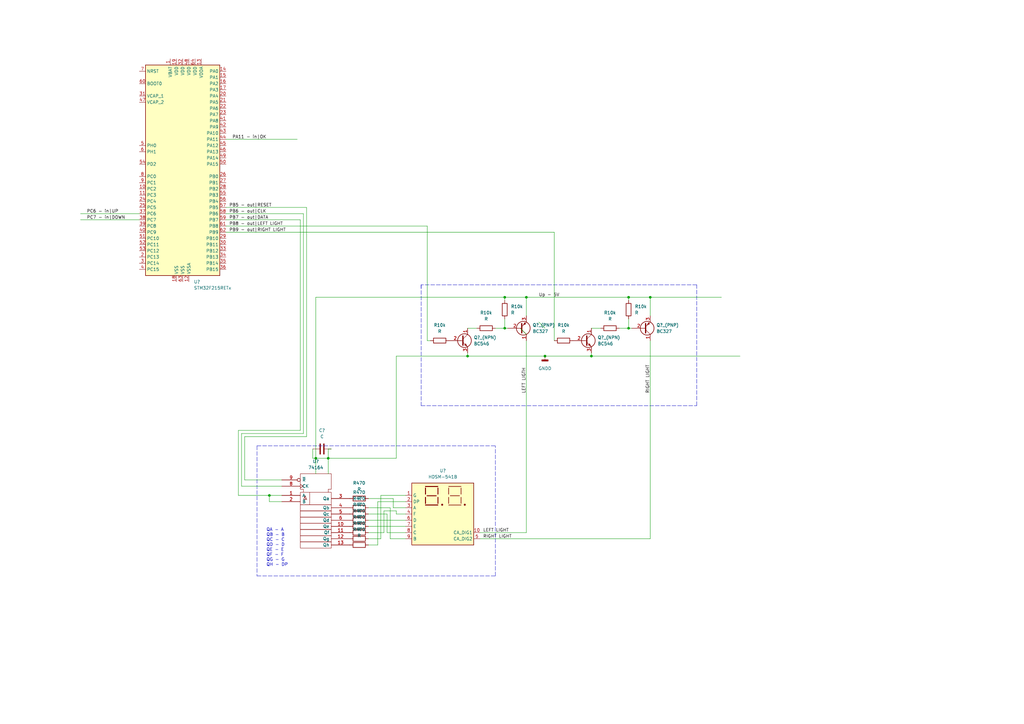
<source format=kicad_sch>
(kicad_sch (version 20211123) (generator eeschema)
  (paper "A3")
  (lib_symbols
    (symbol "74xx_IEEE:74164" (pin_names (offset 0.762))
      (property "Reference" "U" (at 8.89 6.35 0))
      (property "Value" "74164" (at 6.35 -22.86 0))
      (symbol "74164_0_0"
        (text "&" (at -4.318 -1.016 0) (effects (font (size 1.524 1.524))))
      )
      (symbol "74164_0_1"
        (rectangle (start -6.35 -19.05) (end 6.35 -21.59))
        (rectangle (start -6.35 -16.51) (end 6.35 -19.05))
        (rectangle (start -6.35 -13.97) (end 6.35 -16.51))
        (rectangle (start -6.35 -11.43) (end 6.35 -13.97))
        (rectangle (start -6.35 -8.89) (end 6.35 -11.43))
        (rectangle (start -6.35 -6.35) (end 6.35 -8.89))
        (rectangle (start -6.35 -3.81) (end 6.35 -6.35))
        (rectangle (start -6.35 1.27) (end 6.35 -3.81))
        (polyline (pts (xy -2.54 1.27) (xy -2.54 -3.81) (xy -2.54 -3.81)))
        (polyline (pts (xy -5.08 1.27) (xy -5.08 2.54) (xy -6.35 2.54) (xy -6.35 8.89) (xy 6.35 8.89) (xy 6.35 2.54) (xy 5.08 2.54) (xy 5.08 1.27) (xy 5.08 1.27)))
      )
      (symbol "74164_1_1"
        (pin input line (at -13.97 0 0) (length 7.62) (name "A") (number "1"))
        (pin output line (at 13.97 -12.7 180) (length 7.62) (name "Qe") (number "10"))
        (pin output line (at 13.97 -15.24 180) (length 7.62) (name "Qf") (number "11"))
        (pin output line (at 13.97 -17.78 180) (length 7.62) (name "Qg") (number "12"))
        (pin output line (at 13.97 -20.32 180) (length 7.62) (name "Qh") (number "13"))
        (pin power_in line (at 5.08 8.89 270) (length 0) hide (name "Vdd") (number "14"))
        (pin input line (at -13.97 -2.54 0) (length 7.62) (name "B") (number "2"))
        (pin output line (at 13.97 -1.27 180) (length 7.62) (name "Qa") (number "3"))
        (pin output line (at 13.97 -5.08 180) (length 7.62) (name "Qb") (number "4"))
        (pin output line (at 13.97 -7.62 180) (length 7.62) (name "Qc") (number "5"))
        (pin output line (at 13.97 -10.16 180) (length 7.62) (name "Qd") (number "6"))
        (pin power_in line (at 0 8.89 270) (length 0) hide (name "Vss") (number "7"))
        (pin input clock (at -13.97 3.81 0) (length 7.62) (name "CK") (number "8"))
        (pin input inverted (at -13.97 6.35 0) (length 7.62) (name "~{R}") (number "9"))
      )
    )
    (symbol "Device:C" (pin_numbers hide) (pin_names (offset 0.254))
      (property "Reference" "C" (at 0.635 2.54 0))
      (property "Value" "C" (at 0.635 -2.54 0))
      (symbol "C_0_1"
        (polyline (pts (xy -2.032 -0.762) (xy 2.032 -0.762)) (stroke (width 0.508)))
        (polyline (pts (xy -2.032 0.762) (xy 2.032 0.762)) (stroke (width 0.508)))
      )
      (symbol "C_1_1"
        (pin passive line (at 0 3.81 270) (length 2.794) (name "~") (number "1"))
        (pin passive line (at 0 -3.81 90) (length 2.794) (name "~") (number "2"))
      )
    )
    (symbol "Device:R" (pin_numbers hide) (pin_names (offset 0))
      (property "Reference" "R" (at 2.032 0 90))
      (property "Value" "R" (at 0 0 90))
      (symbol "R_0_1"
        (rectangle (start -1.016 -2.54) (end 1.016 2.54) (stroke (width 0.254)))
      )
      (symbol "R_1_1"
        (pin passive line (at 0 3.81 270) (length 1.27) (name "~") (number "1"))
        (pin passive line (at 0 -3.81 90) (length 1.27) (name "~") (number "2"))
      )
    )
    (symbol "Display_Character:HDSM-541B"
      (property "Reference" "U" (at -11.43 13.97 0))
      (property "Value" "HDSM-541B" (at 6.35 13.97 0))
      (symbol "HDSM-541B_0_1"
        (rectangle (start -12.7 12.7) (end 12.7 -12.7) (stroke (width 0.254)) (fill (type background)))
        (circle (center -0.254 3.81) (radius 0.2794) (stroke (width 0.254)) (fill (type outline)))
        (polyline (pts (xy -7.112 3.683) (xy -2.032 3.683)) (stroke (width 0.254)))
        (polyline (pts (xy -7.112 3.683) (xy -2.032 3.683)) (stroke (width 0.254)))
        (polyline (pts (xy -7.112 3.683) (xy -2.032 3.683)) (stroke (width 0.254)))
        (polyline (pts (xy -7.112 3.683) (xy -2.032 3.683)) (stroke (width 0.254)))
        (polyline (pts (xy -7.112 4.318) (xy -7.112 6.858)) (stroke (width 0.254)))
        (polyline (pts (xy -7.112 4.318) (xy -7.112 6.858)) (stroke (width 0.254)))
        (polyline (pts (xy -7.112 4.318) (xy -7.112 6.858)) (stroke (width 0.254)))
        (polyline (pts (xy -7.112 4.318) (xy -7.112 6.858)) (stroke (width 0.254)))
        (polyline (pts (xy -7.112 8.128) (xy -7.112 10.668)) (stroke (width 0.254)))
        (polyline (pts (xy -7.112 8.128) (xy -7.112 10.668)) (stroke (width 0.254)))
        (polyline (pts (xy -7.112 8.128) (xy -7.112 10.668)) (stroke (width 0.254)))
        (polyline (pts (xy -7.112 8.128) (xy -7.112 10.668)) (stroke (width 0.254)))
        (polyline (pts (xy -7.112 11.303) (xy -2.032 11.303)) (stroke (width 0.254)))
        (polyline (pts (xy -7.112 11.303) (xy -2.032 11.303)) (stroke (width 0.254)))
        (polyline (pts (xy -7.112 11.303) (xy -2.032 11.303)) (stroke (width 0.254)))
        (polyline (pts (xy -7.112 11.303) (xy -2.032 11.303)) (stroke (width 0.254)))
        (polyline (pts (xy -6.477 7.493) (xy -2.667 7.493)) (stroke (width 0.254)))
        (polyline (pts (xy -6.477 7.493) (xy -2.667 7.493)) (stroke (width 0.254)))
        (polyline (pts (xy -6.477 7.493) (xy -2.667 7.493)) (stroke (width 0.254)))
        (polyline (pts (xy -6.477 7.493) (xy -2.667 7.493)) (stroke (width 0.254)))
        (polyline (pts (xy -2.032 4.318) (xy -2.032 6.858)) (stroke (width 0.254)))
        (polyline (pts (xy -2.032 4.318) (xy -2.032 6.858)) (stroke (width 0.254)))
        (polyline (pts (xy -2.032 4.318) (xy -2.032 6.858)) (stroke (width 0.254)))
        (polyline (pts (xy -2.032 4.318) (xy -2.032 6.858)) (stroke (width 0.254)))
        (polyline (pts (xy -2.032 10.668) (xy -2.032 8.128)) (stroke (width 0.254)))
        (polyline (pts (xy -2.032 10.668) (xy -2.032 8.128)) (stroke (width 0.254)))
        (polyline (pts (xy -2.032 10.668) (xy -2.032 8.128)) (stroke (width 0.254)))
        (polyline (pts (xy -2.032 10.668) (xy -2.032 8.128)) (stroke (width 0.254)))
        (polyline (pts (xy 2.413 3.683) (xy 7.493 3.683)) (stroke (width 0.254)))
        (polyline (pts (xy 2.413 4.318) (xy 2.413 6.858)) (stroke (width 0.254)))
        (polyline (pts (xy 2.413 8.128) (xy 2.413 10.668)) (stroke (width 0.254)))
        (polyline (pts (xy 2.413 11.303) (xy 7.493 11.303)) (stroke (width 0.254)))
        (polyline (pts (xy 3.048 7.493) (xy 6.858 7.493)) (stroke (width 0.254)))
        (polyline (pts (xy 7.493 4.318) (xy 7.493 6.858)) (stroke (width 0.254)))
        (polyline (pts (xy 7.493 8.128) (xy 7.493 10.668)) (stroke (width 0.254)))
        (circle (center 9.017 3.81) (radius 0.2794) (stroke (width 0.254)) (fill (type outline)))
      )
      (symbol "HDSM-541B_1_1"
        (pin input line (at -15.24 7.62 0) (length 2.54) (name "G") (number "1"))
        (pin input line (at 15.24 -7.62 180) (length 2.54) (name "CA_DIG1") (number "10"))
        (pin input line (at -15.24 5.08 0) (length 2.54) (name "DP") (number "2"))
        (pin input line (at -15.24 2.54 0) (length 2.54) (name "A") (number "3"))
        (pin input line (at -15.24 0 0) (length 2.54) (name "F") (number "4"))
        (pin input line (at 15.24 -10.16 180) (length 2.54) (name "CA_DIG2") (number "5"))
        (pin input line (at -15.24 -2.54 0) (length 2.54) (name "D") (number "6"))
        (pin input line (at -15.24 -5.08 0) (length 2.54) (name "E") (number "7"))
        (pin input line (at -15.24 -7.62 0) (length 2.54) (name "C") (number "8"))
        (pin input line (at -15.24 -10.16 0) (length 2.54) (name "B") (number "9"))
      )
    )
    (symbol "MCU_ST_STM32F2:STM32F215RETx"
      (property "Reference" "U" (at -15.24 44.45 0))
      (property "Value" "STM32F215RETx" (at 10.16 44.45 0))
      (symbol "STM32F215RETx_0_1"
        (rectangle (start -15.24 -43.18) (end 15.24 43.18) (stroke (width 0.254)) (fill (type background)))
      )
      (symbol "STM32F215RETx_1_1"
        (pin power_in line (at -5.08 45.72 270) (length 2.54) (name "VBAT") (number "1"))
        (pin bidirectional line (at -17.78 -7.62 0) (length 2.54) (name "PC2") (number "10"))
        (pin bidirectional line (at -17.78 -10.16 0) (length 2.54) (name "PC3") (number "11"))
        (pin power_in line (at 2.54 -45.72 90) (length 2.54) (name "VSSA") (number "12"))
        (pin power_in line (at 7.62 45.72 270) (length 2.54) (name "VDDA") (number "13"))
        (pin bidirectional line (at 17.78 40.64 180) (length 2.54) (name "PA0") (number "14"))
        (pin bidirectional line (at 17.78 38.1 180) (length 2.54) (name "PA1") (number "15"))
        (pin bidirectional line (at 17.78 35.56 180) (length 2.54) (name "PA2") (number "16"))
        (pin bidirectional line (at 17.78 33.02 180) (length 2.54) (name "PA3") (number "17"))
        (pin power_in line (at -2.54 -45.72 90) (length 2.54) (name "VSS") (number "18"))
        (pin power_in line (at -2.54 45.72 270) (length 2.54) (name "VDD") (number "19"))
        (pin bidirectional line (at -17.78 -35.56 0) (length 2.54) (name "PC13") (number "2"))
        (pin bidirectional line (at 17.78 30.48 180) (length 2.54) (name "PA4") (number "20"))
        (pin bidirectional line (at 17.78 27.94 180) (length 2.54) (name "PA5") (number "21"))
        (pin bidirectional line (at 17.78 25.4 180) (length 2.54) (name "PA6") (number "22"))
        (pin bidirectional line (at 17.78 22.86 180) (length 2.54) (name "PA7") (number "23"))
        (pin bidirectional line (at -17.78 -12.7 0) (length 2.54) (name "PC4") (number "24"))
        (pin bidirectional line (at -17.78 -15.24 0) (length 2.54) (name "PC5") (number "25"))
        (pin bidirectional line (at 17.78 -2.54 180) (length 2.54) (name "PB0") (number "26"))
        (pin bidirectional line (at 17.78 -5.08 180) (length 2.54) (name "PB1") (number "27"))
        (pin bidirectional line (at 17.78 -7.62 180) (length 2.54) (name "PB2") (number "28"))
        (pin bidirectional line (at 17.78 -27.94 180) (length 2.54) (name "PB10") (number "29"))
        (pin bidirectional line (at -17.78 -38.1 0) (length 2.54) (name "PC14") (number "3"))
        (pin bidirectional line (at 17.78 -30.48 180) (length 2.54) (name "PB11") (number "30"))
        (pin power_in line (at -17.78 30.48 0) (length 2.54) (name "VCAP_1") (number "31"))
        (pin power_in line (at 0 45.72 270) (length 2.54) (name "VDD") (number "32"))
        (pin bidirectional line (at 17.78 -33.02 180) (length 2.54) (name "PB12") (number "33"))
        (pin bidirectional line (at 17.78 -35.56 180) (length 2.54) (name "PB13") (number "34"))
        (pin bidirectional line (at 17.78 -38.1 180) (length 2.54) (name "PB14") (number "35"))
        (pin bidirectional line (at 17.78 -40.64 180) (length 2.54) (name "PB15") (number "36"))
        (pin bidirectional line (at -17.78 -17.78 0) (length 2.54) (name "PC6") (number "37"))
        (pin bidirectional line (at -17.78 -20.32 0) (length 2.54) (name "PC7") (number "38"))
        (pin bidirectional line (at -17.78 -22.86 0) (length 2.54) (name "PC8") (number "39"))
        (pin bidirectional line (at -17.78 -40.64 0) (length 2.54) (name "PC15") (number "4"))
        (pin bidirectional line (at -17.78 -25.4 0) (length 2.54) (name "PC9") (number "40"))
        (pin bidirectional line (at 17.78 20.32 180) (length 2.54) (name "PA8") (number "41"))
        (pin bidirectional line (at 17.78 17.78 180) (length 2.54) (name "PA9") (number "42"))
        (pin bidirectional line (at 17.78 15.24 180) (length 2.54) (name "PA10") (number "43"))
        (pin bidirectional line (at 17.78 12.7 180) (length 2.54) (name "PA11") (number "44"))
        (pin bidirectional line (at 17.78 10.16 180) (length 2.54) (name "PA12") (number "45"))
        (pin bidirectional line (at 17.78 7.62 180) (length 2.54) (name "PA13") (number "46"))
        (pin power_in line (at -17.78 27.94 0) (length 2.54) (name "VCAP_2") (number "47"))
        (pin power_in line (at 2.54 45.72 270) (length 2.54) (name "VDD") (number "48"))
        (pin bidirectional line (at 17.78 5.08 180) (length 2.54) (name "PA14") (number "49"))
        (pin input line (at -17.78 10.16 0) (length 2.54) (name "PH0") (number "5"))
        (pin bidirectional line (at 17.78 2.54 180) (length 2.54) (name "PA15") (number "50"))
        (pin bidirectional line (at -17.78 -27.94 0) (length 2.54) (name "PC10") (number "51"))
        (pin bidirectional line (at -17.78 -30.48 0) (length 2.54) (name "PC11") (number "52"))
        (pin bidirectional line (at -17.78 -33.02 0) (length 2.54) (name "PC12") (number "53"))
        (pin bidirectional line (at -17.78 2.54 0) (length 2.54) (name "PD2") (number "54"))
        (pin bidirectional line (at 17.78 -10.16 180) (length 2.54) (name "PB3") (number "55"))
        (pin bidirectional line (at 17.78 -12.7 180) (length 2.54) (name "PB4") (number "56"))
        (pin bidirectional line (at 17.78 -15.24 180) (length 2.54) (name "PB5") (number "57"))
        (pin bidirectional line (at 17.78 -17.78 180) (length 2.54) (name "PB6") (number "58"))
        (pin bidirectional line (at 17.78 -20.32 180) (length 2.54) (name "PB7") (number "59"))
        (pin input line (at -17.78 7.62 0) (length 2.54) (name "PH1") (number "6"))
        (pin input line (at -17.78 35.56 0) (length 2.54) (name "BOOT0") (number "60"))
        (pin bidirectional line (at 17.78 -22.86 180) (length 2.54) (name "PB8") (number "61"))
        (pin bidirectional line (at 17.78 -25.4 180) (length 2.54) (name "PB9") (number "62"))
        (pin power_in line (at 0 -45.72 90) (length 2.54) (name "VSS") (number "63"))
        (pin power_in line (at 5.08 45.72 270) (length 2.54) (name "VDD") (number "64"))
        (pin input line (at -17.78 40.64 0) (length 2.54) (name "NRST") (number "7"))
        (pin bidirectional line (at -17.78 -2.54 0) (length 2.54) (name "PC0") (number "8"))
        (pin bidirectional line (at -17.78 -5.08 0) (length 2.54) (name "PC1") (number "9"))
      )
    )
    (symbol "Transistor_BJT:BC327" (pin_names (offset 0) hide)
      (property "Reference" "Q" (at 5.08 1.905 0))
      (property "Value" "BC327" (at 5.08 0 0))
      (symbol "BC327_0_1"
        (polyline (pts (xy 0.635 0.635) (xy 2.54 2.54)))
        (polyline (pts (xy 0.635 -0.635) (xy 2.54 -2.54) (xy 2.54 -2.54)))
        (polyline (pts (xy 0.635 1.905) (xy 0.635 -1.905) (xy 0.635 -1.905)) (stroke (width 0.508)))
        (polyline (pts (xy 2.286 -1.778) (xy 1.778 -2.286) (xy 1.27 -1.27) (xy 2.286 -1.778) (xy 2.286 -1.778)) (fill (type outline)))
        (circle (center 1.27 0) (radius 2.8194) (stroke (width 0.254)))
      )
      (symbol "BC327_1_1"
        (pin passive line (at 2.54 5.08 270) (length 2.54) (name "C") (number "1"))
        (pin input line (at -5.08 0 0) (length 5.715) (name "B") (number "2"))
        (pin passive line (at 2.54 -5.08 90) (length 2.54) (name "E") (number "3"))
      )
    )
    (symbol "Transistor_BJT:BC546" (pin_names (offset 0) hide)
      (property "Reference" "Q" (at 5.08 1.905 0))
      (property "Value" "BC546" (at 5.08 0 0))
      (symbol "BC546_0_1"
        (polyline (pts (xy 0 0) (xy 0.635 0)))
        (polyline (pts (xy 0.635 0.635) (xy 2.54 2.54)))
        (polyline (pts (xy 0.635 -0.635) (xy 2.54 -2.54) (xy 2.54 -2.54)))
        (polyline (pts (xy 0.635 1.905) (xy 0.635 -1.905) (xy 0.635 -1.905)) (stroke (width 0.508)))
        (polyline (pts (xy 1.27 -1.778) (xy 1.778 -1.27) (xy 2.286 -2.286) (xy 1.27 -1.778) (xy 1.27 -1.778)) (fill (type outline)))
        (circle (center 1.27 0) (radius 2.8194) (stroke (width 0.254)))
      )
      (symbol "BC546_1_1"
        (pin passive line (at 2.54 5.08 270) (length 2.54) (name "C") (number "1"))
        (pin input line (at -5.08 0 0) (length 5.08) (name "B") (number "2"))
        (pin passive line (at 2.54 -5.08 90) (length 2.54) (name "E") (number "3"))
      )
    )
    (symbol "power:GNDD" (power) (pin_names (offset 0))
      (property "Value" "GNDD" (at 0 -3.175 0))
      (symbol "GNDD_0_1"
        (rectangle (start -1.27 -1.524) (end 1.27 -2.032) (stroke (width 0.254)) (fill (type outline)))
        (polyline (pts (xy 0 0) (xy 0 -1.524)))
      )
      (symbol "GNDD_1_1"
        (pin power_in line (at 0 0 270) (length 0) hide (name "GNDD") (number "1"))
      )
    )
  )
  (junction (at 242.57 146.05))
  (junction (at 207.01 134.62))
  (junction (at 134.62 187.96))
  (junction (at 266.7 121.92))
  (junction (at 223.52 146.05))
  (junction (at 215.9 121.92))
  (junction (at 110.49 203.2))
  (junction (at 207.01 121.92))
  (junction (at 129.54 187.96))
  (junction (at 191.77 146.05))
  (junction (at 257.81 134.62))
  (junction (at 257.81 121.92))
  (bus_entry (at 220.98 132.08) (size 2.54 2.54))
  (bus_entry (at 213.36 134.62) (size 2.54 2.54))
  (wire (pts (xy 207.01 121.92) (xy 215.9 121.92)))
  (wire (pts (xy 161.29 204.47) (xy 161.29 208.28)))
  (wire (pts (xy 162.56 187.96) (xy 162.56 146.05)))
  (polyline (pts (xy 105.41 182.88) (xy 203.2 182.88)))
  (wire (pts (xy 158.75 210.82) (xy 158.75 218.44)))
  (polyline (pts (xy 172.72 116.84) (xy 172.72 118.11)))
  (wire (pts (xy 92.71 85.09) (xy 125.73 85.09)))
  (wire (pts (xy 151.13 204.47) (xy 161.29 204.47)))
  (wire (pts (xy 92.71 57.15) (xy 121.92 57.15)))
  (wire (pts (xy 92.71 92.71) (xy 175.26 92.71)))
  (wire (pts (xy 257.81 130.81) (xy 257.81 134.62)))
  (wire (pts (xy 160.02 208.28) (xy 160.02 220.98)))
  (wire (pts (xy 242.57 146.05) (xy 303.53 146.05)))
  (wire (pts (xy 215.9 218.44) (xy 196.85 218.44)))
  (wire (pts (xy 128.27 187.96) (xy 128.27 184.15)))
  (wire (pts (xy 215.9 129.54) (xy 215.9 121.92)))
  (wire (pts (xy 134.62 184.15) (xy 135.89 184.15)))
  (wire (pts (xy 115.57 205.74) (xy 110.49 205.74)))
  (wire (pts (xy 161.29 208.28) (xy 166.37 208.28)))
  (wire (pts (xy 92.71 95.25) (xy 227.33 95.25)))
  (wire (pts (xy 266.7 220.98) (xy 266.7 139.7)))
  (wire (pts (xy 129.54 194.31) (xy 129.54 187.96)))
  (wire (pts (xy 97.79 176.53) (xy 97.79 203.2)))
  (wire (pts (xy 123.19 90.17) (xy 123.19 176.53)))
  (wire (pts (xy 176.53 139.7) (xy 175.26 139.7)))
  (wire (pts (xy 154.94 223.52) (xy 154.94 205.74)))
  (wire (pts (xy 175.26 139.7) (xy 175.26 92.71)))
  (wire (pts (xy 266.7 121.92) (xy 295.91 121.92)))
  (wire (pts (xy 92.71 90.17) (xy 123.19 90.17)))
  (wire (pts (xy 156.21 203.2) (xy 166.37 203.2)))
  (wire (pts (xy 151.13 215.9) (xy 166.37 215.9)))
  (wire (pts (xy 154.94 205.74) (xy 166.37 205.74)))
  (wire (pts (xy 207.01 123.19) (xy 207.01 121.92)))
  (wire (pts (xy 33.02 87.63) (xy 57.15 87.63)))
  (wire (pts (xy 158.75 218.44) (xy 166.37 218.44)))
  (wire (pts (xy 227.33 139.7) (xy 227.33 95.25)))
  (wire (pts (xy 215.9 121.92) (xy 257.81 121.92)))
  (wire (pts (xy 99.06 177.8) (xy 99.06 199.39)))
  (wire (pts (xy 254 134.62) (xy 257.81 134.62)))
  (wire (pts (xy 196.85 220.98) (xy 266.7 220.98)))
  (wire (pts (xy 124.46 177.8) (xy 99.06 177.8)))
  (wire (pts (xy 97.79 203.2) (xy 110.49 203.2)))
  (wire (pts (xy 257.81 134.62) (xy 259.08 134.62)))
  (wire (pts (xy 123.19 176.53) (xy 97.79 176.53)))
  (wire (pts (xy 92.71 87.63) (xy 124.46 87.63)))
  (wire (pts (xy 151.13 210.82) (xy 158.75 210.82)))
  (wire (pts (xy 266.7 129.54) (xy 266.7 121.92)))
  (wire (pts (xy 160.02 220.98) (xy 166.37 220.98)))
  (wire (pts (xy 203.2 134.62) (xy 207.01 134.62)))
  (wire (pts (xy 207.01 134.62) (xy 208.28 134.62)))
  (wire (pts (xy 129.54 187.96) (xy 128.27 187.96)))
  (wire (pts (xy 257.81 121.92) (xy 266.7 121.92)))
  (wire (pts (xy 162.56 209.55) (xy 162.56 210.82)))
  (wire (pts (xy 257.81 123.19) (xy 257.81 121.92)))
  (wire (pts (xy 129.54 187.96) (xy 129.54 121.92)))
  (wire (pts (xy 100.33 179.07) (xy 125.73 179.07)))
  (wire (pts (xy 157.48 218.44) (xy 157.48 209.55)))
  (wire (pts (xy 129.54 121.92) (xy 207.01 121.92)))
  (wire (pts (xy 191.77 144.78) (xy 191.77 146.05)))
  (wire (pts (xy 207.01 130.81) (xy 207.01 134.62)))
  (wire (pts (xy 110.49 205.74) (xy 110.49 203.2)))
  (polyline (pts (xy 172.72 116.84) (xy 172.72 166.37)))
  (wire (pts (xy 157.48 209.55) (xy 162.56 209.55)))
  (polyline (pts (xy 105.41 236.22) (xy 203.2 236.22)))
  (wire (pts (xy 124.46 87.63) (xy 124.46 177.8)))
  (wire (pts (xy 162.56 210.82) (xy 166.37 210.82)))
  (wire (pts (xy 134.62 194.31) (xy 134.62 187.96)))
  (wire (pts (xy 151.13 218.44) (xy 157.48 218.44)))
  (polyline (pts (xy 172.72 166.37) (xy 285.75 166.37)))
  (wire (pts (xy 151.13 213.36) (xy 166.37 213.36)))
  (wire (pts (xy 215.9 139.7) (xy 215.9 218.44)))
  (wire (pts (xy 191.77 146.05) (xy 223.52 146.05)))
  (wire (pts (xy 151.13 223.52) (xy 154.94 223.52)))
  (wire (pts (xy 242.57 134.62) (xy 246.38 134.62)))
  (wire (pts (xy 129.54 187.96) (xy 134.62 187.96)))
  (wire (pts (xy 99.06 199.39) (xy 115.57 199.39)))
  (polyline (pts (xy 203.2 236.22) (xy 203.2 182.88)))
  (polyline (pts (xy 285.75 116.84) (xy 172.72 116.84)))
  (wire (pts (xy 115.57 196.85) (xy 100.33 196.85)))
  (wire (pts (xy 151.13 208.28) (xy 160.02 208.28)))
  (wire (pts (xy 162.56 146.05) (xy 191.77 146.05)))
  (wire (pts (xy 134.62 187.96) (xy 162.56 187.96)))
  (wire (pts (xy 110.49 203.2) (xy 115.57 203.2)))
  (wire (pts (xy 242.57 144.78) (xy 242.57 146.05)))
  (wire (pts (xy 134.62 187.96) (xy 134.62 184.15)))
  (polyline (pts (xy 285.75 166.37) (xy 285.75 116.84)))
  (wire (pts (xy 100.33 196.85) (xy 100.33 179.07)))
  (wire (pts (xy 191.77 134.62) (xy 195.58 134.62)))
  (polyline (pts (xy 105.41 182.88) (xy 105.41 236.22)))
  (wire (pts (xy 33.02 90.17) (xy 57.15 90.17)))
  (wire (pts (xy 151.13 220.98) (xy 156.21 220.98)))
  (wire (pts (xy 156.21 220.98) (xy 156.21 203.2)))
  (wire (pts (xy 125.73 179.07) (xy 125.73 85.09)))
  (wire (pts (xy 223.52 146.05) (xy 242.57 146.05)))
  (text "QA - A\nQB - B\nQC - C\nQD - D\nQE - E\nQF - F\nQG - G\nQH - DP " (at 109.22 232.41 0) (effects (font (size 1.27 1.27)) (justify left bottom)))
  (label "PB7 - out|DATA" (at 93.98 90.17 0))
  (label "RIGHT LIGHT" (at 198.12 220.98 0))
  (label "LEFT LIGTH" (at 215.9 161.29 90))
  (label "PA11 - in|OK" (at 95.25 57.15 0))
  (label "PB6 - out|CLK" (at 93.98 87.63 0))
  (label "PC7 - in|DOWN" (at 35.56 90.17 0))
  (label "PC6 - in|UP" (at 35.56 87.63 0))
  (label "PB5 - out|RESET" (at 93.98 85.09 0))
  (label "PB8 - out|LEFT LIGHT" (at 93.98 92.71 0))
  (label "PB9 - out|RIGHT LIGHT" (at 93.98 95.25 0))
  (label "LEFT LIGHT" (at 198.12 218.44 0))
  (label "Up - 5V" (at 220.98 121.92 0))
  (label "RIGHT LIGHT" (at 266.7 161.29 90))
  (symbol (lib_id "Device:C") (at 132.08 184.15 90) (unit 1)
    (property "Reference" "C?" (at 132.08 176.53 90))
    (property "Value" "C" (at 132.08 179.07 90))
  )
  (symbol (lib_id "MCU_ST_STM32F2:STM32F215RETx") (at 74.93 69.85 0) (unit 1)
    (property "Reference" "U?" (at 79.4894 115.57 0) (effects (justify left)))
    (property "Value" "STM32F215RETx" (at 79.4894 118.11 0) (effects (justify left)))
    (property "Footprint" "Package_QFP:LQFP-64_10x10mm_P0.5mm" (effects hide))
    (property "Datasheet" "http://www.st.com/st-web-ui/static/active/en/resource/technical/document/datasheet/CD00263874.pdf" (effects hide))
  )
  (symbol (lib_id "Device:R") (at 147.32 210.82 90) (unit 1)
    (property "Reference" "R470" (at 147.32 204.47 90))
    (property "Value" "R" (at 147.32 207.01 90))
  )
  (symbol (lib_id "Device:R") (at 199.39 134.62 270) (unit 1)
    (property "Reference" "R10k" (at 199.39 128.27 90))
    (property "Value" "R" (at 199.39 130.81 90))
  )
  (symbol (lib_id "power:GNDD") (at 223.52 146.05 0) (unit 1)
    (property "Reference" "#PWR?" (effects hide))
    (property "Value" "GNDD" (at 223.52 151.13 0))
  )
  (symbol (lib_id "Device:R") (at 147.32 204.47 90) (unit 1)
    (property "Reference" "R470" (at 147.32 198.12 90))
    (property "Value" "R" (at 147.32 200.66 90))
  )
  (symbol (lib_id "Transistor_BJT:BC546") (at 189.23 139.7 0) (unit 1)
    (property "Reference" "Q?_(NPN)" (at 194.31 138.4299 0) (effects (justify left)))
    (property "Value" "BC546" (at 194.31 140.9699 0) (effects (justify left)))
    (property "Footprint" "Package_TO_SOT_THT:TO-92_Inline" (effects hide))
    (property "Datasheet" "https://www.onsemi.com/pub/Collateral/BC550-D.pdf" (effects hide))
  )
  (symbol (lib_id "Device:R") (at 147.32 213.36 90) (unit 1)
    (property "Reference" "R470" (at 147.32 207.01 90))
    (property "Value" "R" (at 147.32 209.55 90))
  )
  (symbol (lib_id "Device:R") (at 147.32 215.9 90) (unit 1)
    (property "Reference" "R470" (at 147.32 209.55 90))
    (property "Value" "R" (at 147.32 212.09 90))
  )
  (symbol (lib_id "Device:R") (at 147.32 220.98 90) (unit 1)
    (property "Reference" "R470" (at 147.32 214.63 90))
    (property "Value" "R" (at 147.32 217.17 90))
  )
  (symbol (lib_id "Device:R") (at 147.32 208.28 90) (unit 1)
    (property "Reference" "R470" (at 147.32 201.93 90))
    (property "Value" "R" (at 147.32 204.47 90))
  )
  (symbol (lib_id "Device:R") (at 231.14 139.7 90) (unit 1)
    (property "Reference" "R10k" (at 231.14 133.35 90))
    (property "Value" "R" (at 231.14 135.89 90))
  )
  (symbol (lib_id "Transistor_BJT:BC327") (at 213.36 134.62 0) (mirror x) (unit 1)
    (property "Reference" "Q?_(PNP)" (at 218.44 133.3499 0) (effects (justify left)))
    (property "Value" "BC327" (at 218.44 135.8899 0) (effects (justify left)))
    (property "Footprint" "Package_TO_SOT_THT:TO-92_Inline" (effects hide))
    (property "Datasheet" "http://www.onsemi.com/pub_link/Collateral/BC327-D.PDF" (effects hide))
  )
  (symbol (lib_id "Device:R") (at 180.34 139.7 90) (unit 1)
    (property "Reference" "R10k" (at 180.34 133.35 90))
    (property "Value" "R" (at 180.34 135.89 90))
  )
  (symbol (lib_id "Device:R") (at 250.19 134.62 270) (unit 1)
    (property "Reference" "R10k" (at 250.19 128.27 90))
    (property "Value" "R" (at 250.19 130.81 90))
  )
  (symbol (lib_id "Transistor_BJT:BC327") (at 264.16 134.62 0) (mirror x) (unit 1)
    (property "Reference" "Q?_(PNP)" (at 269.24 133.3499 0) (effects (justify left)))
    (property "Value" "BC327" (at 269.24 135.8899 0) (effects (justify left)))
    (property "Footprint" "Package_TO_SOT_THT:TO-92_Inline" (effects hide))
    (property "Datasheet" "http://www.onsemi.com/pub_link/Collateral/BC327-D.PDF" (effects hide))
  )
  (symbol (lib_id "Device:R") (at 257.81 127 0) (unit 1)
    (property "Reference" "R10k" (at 260.35 125.7299 0) (effects (justify left)))
    (property "Value" "R" (at 260.35 128.2699 0) (effects (justify left)))
  )
  (symbol (lib_id "Device:R") (at 207.01 127 0) (unit 1)
    (property "Reference" "R10k" (at 209.55 125.7299 0) (effects (justify left)))
    (property "Value" "R" (at 209.55 128.2699 0) (effects (justify left)))
  )
  (symbol (lib_id "Transistor_BJT:BC546") (at 240.03 139.7 0) (unit 1)
    (property "Reference" "Q?_(NPN)" (at 245.11 138.4299 0) (effects (justify left)))
    (property "Value" "BC546" (at 245.11 140.9699 0) (effects (justify left)))
    (property "Footprint" "Package_TO_SOT_THT:TO-92_Inline" (effects hide))
    (property "Datasheet" "https://www.onsemi.com/pub/Collateral/BC550-D.pdf" (effects hide))
  )
  (symbol (lib_id "74xx_IEEE:74164") (at 129.54 203.2 0) (unit 1)
    (property "Reference" "U?" (at 129.54 189.23 0))
    (property "Value" "74164" (at 129.54 191.77 0))
  )
  (symbol (lib_id "Device:R") (at 147.32 223.52 90) (unit 1)
    (property "Reference" "R470" (at 147.32 217.17 90))
    (property "Value" "R" (at 147.32 219.71 90))
  )
  (symbol (lib_id "Device:R") (at 147.32 218.44 90) (unit 1)
    (property "Reference" "R470" (at 147.32 212.09 90))
    (property "Value" "R" (at 147.32 214.63 90))
  )
  (symbol (lib_id "Display_Character:HDSM-541B") (at 181.61 210.82 0) (unit 1)
    (property "Reference" "U?" (at 181.61 193.04 0))
    (property "Value" "HDSM-541B" (at 181.61 195.58 0))
    (property "Footprint" "Display:HDSM-441B_HDSM-443B" (effects hide))
    (property "Datasheet" "https://docs.broadcom.com/docs/AV02-1588EN" (effects hide))
  )
)
</source>
